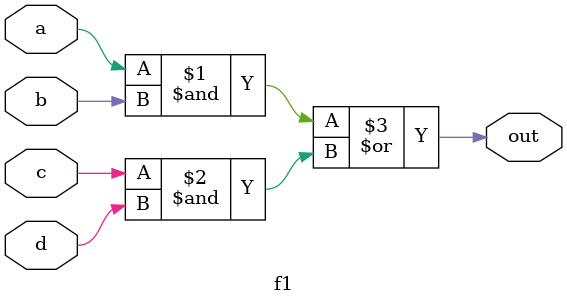
<source format=v>
module f1 (a, b, c, d, out);

input a, b, c, d;
output out;
assign out = (a & b) | (c & d);

endmodule

</source>
